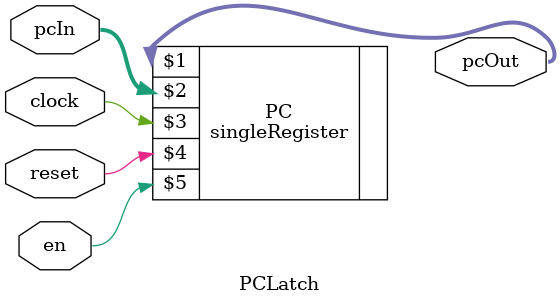
<source format=v>
module PCLatch(pcOut, reset, en, pcIn, clock);
    input [31:0] pcIn;
    input reset, en, clock;

    output [31:0] pcOut;

    //singleRegister(out,in,clock,clear,input_enable);
    singleRegister PC(pcOut,pcIn,clock,reset,en);
endmodule

</source>
